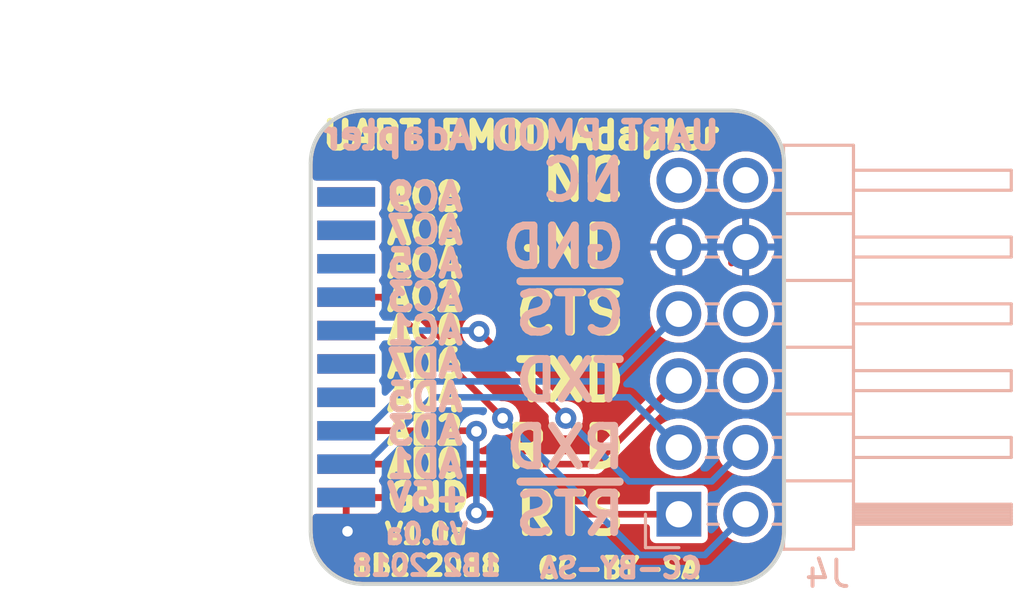
<source format=kicad_pcb>
(kicad_pcb (version 20221018) (generator pcbnew)
  (title_block (title "ftdi uart pmod adapter") (rev "V1.0a") (company "1BitSquared") (comment 1 "2018 (C) 1BitSquared <info@1bitsquared.com>") (comment 2 "2018 (C) Piotr Esden-Tempski <piotr@esden.net>") (comment 3 "License: CC-BY-SA 4.0"))
  (layers (0 "F.Cu" signal) (31 "B.Cu" signal) (34 "B.Paste" user) (35 "F.Paste" user) (36 "B.SilkS" user "B.Silkscreen") (37 "F.SilkS" user "F.Silkscreen") (38 "B.Mask" user) (39 "F.Mask" user) (44 "Edge.Cuts" user))
  (net 0 "")
  (net 1 "GND")
  (net 2 "+5V")
  (net 3 "/RXD")
  (net 4 "/~{CTS}")
  (net 5 "/~{DSR}")
  (net 6 "/~{RI}")
  (net 7 "/TXD")
  (net 8 "/~{RTS}")
  (net 9 "/~{DTR}")
  (net 10 "/~{DCD}")
  (net 11 "/TXDEN")
  (net 12 "/ACBUS2")
  (net 13 "/~{TXLED}")
  (net 14 "/ACBUS6")
  (net 15 "/ACBUS8")
  (net 16 "/ACBUS1")
  (net 17 "/~{RXLED}")
  (net 18 "/ACBUS5")
  (net 19 "/ACBUS9")
  (net 20 "/~{PWRSAV}")
  (net 21 "Net-(J4-Pad6)")
  (net 22 "Net-(J4-Pad8)")
  (net 23 "Net-(J4-Pad11)")
  (net 24 "Net-(J4-Pad12)")
  (footprint "pkl_samtec:FTSH-EDGE-20pin" (layer "B.Cu") (at 30 44 90)
    (fp_text reference "J1")
    (fp_text value "Conn")
    (pad "1" smd rect (at -5.715 1.35 90) (size 0.74 2.2) (layers "B.Cu" "B.Paste" "B.Mask") (net 2 "+5V"))
    (pad "2" smd rect (at -5.715 1.35 90) (size 0.74 2.2) (layers "F.Cu" "F.Paste" "F.Mask") (net 1 "GND"))
    (pad "3" smd rect (at -4.445 1.35 90) (size 0.74 2.2) (layers "B.Cu" "B.Paste" "B.Mask") (net 3 "/RXD"))
    (pad "4" smd rect (at -4.445 1.35 90) (size 0.74 2.2) (layers "F.Cu" "F.Paste" "F.Mask") (net 7 "/TXD"))
    (pad "5" smd rect (at -3.175 1.35 90) (size 0.74 2.2) (layers "B.Cu" "B.Paste" "B.Mask") (net 4 "/~{CTS}"))
    (pad "6" smd rect (at -3.175 1.35 90) (size 0.74 2.2) (layers "F.Cu" "F.Paste" "F.Mask") (net 8 "/~{RTS}"))
    (pad "7" smd rect (at -1.905 1.35 90) (size 0.74 2.2) (layers "B.Cu" "B.Paste" "B.Mask") (net 5 "/~{DSR}"))
    (pad "8" smd rect (at -1.905 1.35 90) (size 0.74 2.2) (layers "F.Cu" "F.Paste" "F.Mask") (net 9 "/~{DTR}"))
    (pad "9" smd rect (at -0.635 1.35 90) (size 0.74 2.2) (layers "B.Cu" "B.Paste" "B.Mask") (net 6 "/~{RI}"))
    (pad "10" smd rect (at -0.635 1.35 90) (size 0.74 2.2) (layers "F.Cu" "F.Paste" "F.Mask") (net 10 "/~{DCD}"))
    (pad "11" smd rect (at 0.635 1.35 90) (size 0.74 2.2) (layers "B.Cu" "B.Paste" "B.Mask") (net 16 "/ACBUS1"))
    (pad "12" smd rect (at 0.635 1.35 90) (size 0.74 2.2) (layers "F.Cu" "F.Paste" "F.Mask") (net 11 "/TXDEN"))
    (pad "13" smd rect (at 1.905 1.35 90) (size 0.74 2.2) (layers "B.Cu" "B.Paste" "B.Mask") (net 17 "/~{RXLED}"))
    (pad "14" smd rect (at 1.905 1.35 90) (size 0.74 2.2) (layers "F.Cu" "F.Paste" "F.Mask") (net 12 "/ACBUS2"))
    (pad "15" smd rect (at 3.175 1.35 90) (size 0.74 2.2) (layers "B.Cu" "B.Paste" "B.Mask") (net 18 "/ACBUS5"))
    (pad "16" smd rect (at 3.175 1.35 90) (size 0.74 2.2) (layers "F.Cu" "F.Paste" "F.Mask") (net 13 "/~{TXLED}"))
    (pad "17" smd rect (at 4.445 1.35 90) (size 0.74 2.2) (layers "B.Cu" "B.Paste" "B.Mask") (net 20 "/~{PWRSAV}"))
    (pad "18" smd rect (at 4.445 1.35 90) (size 0.74 2.2) (layers "F.Cu" "F.Paste" "F.Mask") (net 14 "/ACBUS6"))
    (pad "19" smd rect (at 5.715 1.35 90) (size 0.74 2.2) (layers "B.Cu" "B.Paste" "B.Mask") (net 19 "/ACBUS9"))
    (pad "20" smd rect (at 5.715 1.35 90) (size 0.74 2.2) (layers "F.Cu" "F.Paste" "F.Mask") (net 15 "/ACBUS8"))
  )
  (footprint "Connector_PinHeader_2.54mm:PinHeader_2x06_P2.54mm_Horizontal" (layer "B.Cu") (at 44 50.35)
    (fp_text reference "J4" (at 5.655 2.27) (layer "B.SilkS") (effects (justify mirror)))
    (fp_text value "PMOD")
    (fp_line (start -1.27 0) (end -1.27 1.27) (stroke (width 0.12)) (layer "B.SilkS"))
    (fp_line (start -1.27 1.27) (end 0 1.27) (stroke (width 0.12)) (layer "B.SilkS"))
    (fp_line (start 1.042929 -13.08) (end 1.497071 -13.08) (stroke (width 0.12)) (layer "B.SilkS"))
    (fp_line (start 1.042929 -12.32) (end 1.497071 -12.32) (stroke (width 0.12)) (layer "B.SilkS"))
    (fp_line (start 1.042929 -10.54) (end 1.497071 -10.54) (stroke (width 0.12)) (layer "B.SilkS"))
    (fp_line (start 1.042929 -9.78) (end 1.497071 -9.78) (stroke (width 0.12)) (layer "B.SilkS"))
    (fp_line (start 1.042929 -8) (end 1.497071 -8) (stroke (width 0.12)) (layer "B.SilkS"))
    (fp_line (start 1.042929 -7.24) (end 1.497071 -7.24) (stroke (width 0.12)) (layer "B.SilkS"))
    (fp_line (start 1.042929 -5.46) (end 1.497071 -5.46) (stroke (width 0.12)) (layer "B.SilkS"))
    (fp_line (start 1.042929 -4.7) (end 1.497071 -4.7) (stroke (width 0.12)) (layer "B.SilkS"))
    (fp_line (start 1.042929 -2.92) (end 1.497071 -2.92) (stroke (width 0.12)) (layer "B.SilkS"))
    (fp_line (start 1.042929 -2.16) (end 1.497071 -2.16) (stroke (width 0.12)) (layer "B.SilkS"))
    (fp_line (start 1.11 -0.38) (end 1.497071 -0.38) (stroke (width 0.12)) (layer "B.SilkS"))
    (fp_line (start 1.11 0.38) (end 1.497071 0.38) (stroke (width 0.12)) (layer "B.SilkS"))
    (fp_line (start 3.582929 -13.08) (end 3.98 -13.08) (stroke (width 0.12)) (layer "B.SilkS"))
    (fp_line (start 3.582929 -12.32) (end 3.98 -12.32) (stroke (width 0.12)) (layer "B.SilkS"))
    (fp_line (start 3.582929 -10.54) (end 3.98 -10.54) (stroke (width 0.12)) (layer "B.SilkS"))
    (fp_line (start 3.582929 -9.78) (end 3.98 -9.78) (stroke (width 0.12)) (layer "B.SilkS"))
    (fp_line (start 3.582929 -8) (end 3.98 -8) (stroke (width 0.12)) (layer "B.SilkS"))
    (fp_line (start 3.582929 -7.24) (end 3.98 -7.24) (stroke (width 0.12)) (layer "B.SilkS"))
    (fp_line (start 3.582929 -5.46) (end 3.98 -5.46) (stroke (width 0.12)) (layer "B.SilkS"))
    (fp_line (start 3.582929 -4.7) (end 3.98 -4.7) (stroke (width 0.12)) (layer "B.SilkS"))
    (fp_line (start 3.582929 -2.92) (end 3.98 -2.92) (stroke (width 0.12)) (layer "B.SilkS"))
    (fp_line (start 3.582929 -2.16) (end 3.98 -2.16) (stroke (width 0.12)) (layer "B.SilkS"))
    (fp_line (start 3.582929 -0.38) (end 3.98 -0.38) (stroke (width 0.12)) (layer "B.SilkS"))
    (fp_line (start 3.582929 0.38) (end 3.98 0.38) (stroke (width 0.12)) (layer "B.SilkS"))
    (fp_line (start 3.98 -14.03) (end 6.64 -14.03) (stroke (width 0.12)) (layer "B.SilkS"))
    (fp_line (start 3.98 -11.43) (end 6.64 -11.43) (stroke (width 0.12)) (layer "B.SilkS"))
    (fp_line (start 3.98 -8.89) (end 6.64 -8.89) (stroke (width 0.12)) (layer "B.SilkS"))
    (fp_line (start 3.98 -6.35) (end 6.64 -6.35) (stroke (width 0.12)) (layer "B.SilkS"))
    (fp_line (start 3.98 -3.81) (end 6.64 -3.81) (stroke (width 0.12)) (layer "B.SilkS"))
    (fp_line (start 3.98 -1.27) (end 6.64 -1.27) (stroke (width 0.12)) (layer "B.SilkS"))
    (fp_line (start 3.98 1.33) (end 3.98 -14.03) (stroke (width 0.12)) (layer "B.SilkS"))
    (fp_line (start 6.64 -14.03) (end 6.64 1.33) (stroke (width 0.12)) (layer "B.SilkS"))
    (fp_line (start 6.64 -12.32) (end 12.64 -12.32) (stroke (width 0.12)) (layer "B.SilkS"))
    (fp_line (start 6.64 -9.78) (end 12.64 -9.78) (stroke (width 0.12)) (layer "B.SilkS"))
    (fp_line (start 6.64 -7.24) (end 12.64 -7.24) (stroke (width 0.12)) (layer "B.SilkS"))
    (fp_line (start 6.64 -4.7) (end 12.64 -4.7) (stroke (width 0.12)) (layer "B.SilkS"))
    (fp_line (start 6.64 -2.16) (end 12.64 -2.16) (stroke (width 0.12)) (layer "B.SilkS"))
    (fp_line (start 6.64 -0.28) (end 12.64 -0.28) (stroke (width 0.12)) (layer "B.SilkS"))
    (fp_line (start 6.64 -0.16) (end 12.64 -0.16) (stroke (width 0.12)) (layer "B.SilkS"))
    (fp_line (start 6.64 -0.04) (end 12.64 -0.04) (stroke (width 0.12)) (layer "B.SilkS"))
    (fp_line (start 6.64 0.08) (end 12.64 0.08) (stroke (width 0.12)) (layer "B.SilkS"))
    (fp_line (start 6.64 0.2) (end 12.64 0.2) (stroke (width 0.12)) (layer "B.SilkS"))
    (fp_line (start 6.64 0.32) (end 12.64 0.32) (stroke (width 0.12)) (layer "B.SilkS"))
    (fp_line (start 6.64 0.38) (end 12.64 0.38) (stroke (width 0.12)) (layer "B.SilkS"))
    (fp_line (start 6.64 1.33) (end 3.98 1.33) (stroke (width 0.12)) (layer "B.SilkS"))
    (fp_line (start 12.64 -13.08) (end 6.64 -13.08) (stroke (width 0.12)) (layer "B.SilkS"))
    (fp_line (start 12.64 -12.32) (end 12.64 -13.08) (stroke (width 0.12)) (layer "B.SilkS"))
    (fp_line (start 12.64 -10.54) (end 6.64 -10.54) (stroke (width 0.12)) (layer "B.SilkS"))
    (fp_line (start 12.64 -9.78) (end 12.64 -10.54) (stroke (width 0.12)) (layer "B.SilkS"))
    (fp_line (start 12.64 -8) (end 6.64 -8) (stroke (width 0.12)) (layer "B.SilkS"))
    (fp_line (start 12.64 -7.24) (end 12.64 -8) (stroke (width 0.12)) (layer "B.SilkS"))
    (fp_line (start 12.64 -5.46) (end 6.64 -5.46) (stroke (width 0.12)) (layer "B.SilkS"))
    (fp_line (start 12.64 -4.7) (end 12.64 -5.46) (stroke (width 0.12)) (layer "B.SilkS"))
    (fp_line (start 12.64 -2.92) (end 6.64 -2.92) (stroke (width 0.12)) (layer "B.SilkS"))
    (fp_line (start 12.64 -2.16) (end 12.64 -2.92) (stroke (width 0.12)) (layer "B.SilkS"))
    (fp_line (start 12.64 -0.38) (end 6.64 -0.38) (stroke (width 0.12)) (layer "B.SilkS"))
    (fp_line (start 12.64 0.38) (end 12.64 -0.38) (stroke (width 0.12)) (layer "B.SilkS"))
    (pad "1" thru_hole rect (at 0 0) (size 1.7 1.7) (drill 1) (layers "*.Cu" "*.Mask") (net 8 "/~{RTS}"))
    (pad "2" thru_hole oval (at 2.54 0) (size 1.7 1.7) (drill 1) (layers "*.Cu" "*.Mask") (net 12 "/ACBUS2"))
    (pad "3" thru_hole oval (at 0 -2.54) (size 1.7 1.7) (drill 1) (layers "*.Cu" "*.Mask") (net 3 "/RXD"))
    (pad "4" thru_hole oval (at 2.54 -2.54) (size 1.7 1.7) (drill 1) (layers "*.Cu" "*.Mask") (net 16 "/ACBUS1"))
    (pad "5" thru_hole oval (at 0 -5.08) (size 1.7 1.7) (drill 1) (layers "*.Cu" "*.Mask") (net 7 "/TXD"))
    (pad "6" thru_hole oval (at 2.54 -5.08) (size 1.7 1.7) (drill 1) (layers "*.Cu" "*.Mask") (net 21 "Net-(J4-Pad6)"))
    (pad "7" thru_hole oval (at 0 -7.62) (size 1.7 1.7) (drill 1) (layers "*.Cu" "*.Mask") (net 4 "/~{CTS}"))
    (pad "8" thru_hole oval (at 2.54 -7.62) (size 1.7 1.7) (drill 1) (layers "*.Cu" "*.Mask") (net 22 "Net-(J4-Pad8)"))
    (pad "9" thru_hole oval (at 0 -10.16) (size 1.7 1.7) (drill 1) (layers "*.Cu" "*.Mask") (net 1 "GND"))
    (pad "10" thru_hole oval (at 2.54 -10.16) (size 1.7 1.7) (drill 1) (layers "*.Cu" "*.Mask") (net 1 "GND"))
    (pad "11" thru_hole oval (at 0 -12.7) (size 1.7 1.7) (drill 1) (layers "*.Cu" "*.Mask") (net 23 "Net-(J4-Pad11)"))
    (pad "12" thru_hole oval (at 2.54 -12.7) (size 1.7 1.7) (drill 1) (layers "*.Cu" "*.Mask") (net 24 "Net-(J4-Pad12)"))
  )
  (gr_arc (start 48 51) (mid 47.414214 52.414214) (end 46 53) (stroke (width 0.15)) (layer "Edge.Cuts"))
  (gr_line (start 46 53) (end 32 53) (stroke (width 0.15)) (layer "Edge.Cuts"))
  (gr_arc (start 46 35) (mid 47.414214 35.585786) (end 48 37) (stroke (width 0.15)) (layer "Edge.Cuts"))
  (gr_line (start 32 35) (end 46 35) (stroke (width 0.15)) (layer "Edge.Cuts"))
  (gr_line (start 30 51) (end 30 37) (stroke (width 0.15)) (layer "Edge.Cuts"))
  (gr_arc (start 32 53) (mid 30.585786 52.414214) (end 30 51) (stroke (width 0.15)) (layer "Edge.Cuts"))
  (gr_line (start 48 37) (end 48 51) (stroke (width 0.15)) (layer "Edge.Cuts"))
  (gr_arc (start 30 37) (mid 30.585786 35.585786) (end 32 35) (stroke (width 0.15)) (layer "Edge.Cuts"))
  (gr_text "AC9" (at 32.775 38.285) (layer "B.SilkS") (effects (font (size 1 1) (thickness 0.25)) (justify right mirror)))
  (gr_text "AC7" (at 32.775 39.555) (layer "B.SilkS") (effects (font (size 1 1) (thickness 0.25)) (justify right mirror)))
  (gr_text "AC5" (at 32.775 40.825) (layer "B.SilkS") (effects (font (size 1 1) (thickness 0.25)) (justify right mirror)))
  (gr_text "AC3" (at 32.775 42.095) (layer "B.SilkS") (effects (font (size 1 1) (thickness 0.25)) (justify right mirror)))
  (gr_text "AC1" (at 32.775 43.365) (layer "B.SilkS") (effects (font (size 1 1) (thickness 0.25)) (justify right mirror)))
  (gr_text "AD7" (at 32.775 44.635) (layer "B.SilkS") (effects (font (size 1 1) (thickness 0.25)) (justify right mirror)))
  (gr_text "AD5" (at 32.775 45.905) (layer "B.SilkS") (effects (font (size 1 1) (thickness 0.25)) (justify right mirror)))
  (gr_text "AD3" (at 32.775 47.175) (layer "B.SilkS") (effects (font (size 1 1) (thickness 0.25)) (justify right mirror)))
  (gr_text "AD1" (at 32.775 48.445) (layer "B.SilkS") (effects (font (size 1 1) (thickness 0.25)) (justify right mirror)))
  (gr_text "+5V" (at 32.775 49.715) (layer "B.SilkS") (effects (font (size 1 1) (thickness 0.25)) (justify right mirror)))
  (gr_text "V1.0a\n1B2 2018" (at 34.4 51.7) (layer "B.SilkS") (effects (font (size 0.75 0.75) (thickness 0.1875)) (justify mirror)))
  (gr_text "CC-BY-SA" (at 41.8 52.4) (layer "B.SilkS") (effects (font (size 0.75 0.75) (thickness 0.1875)) (justify mirror)))
  (gr_text "GND" (at 42.095 40.19) (layer "B.SilkS") (effects (font (size 1.5 1.5) (thickness 0.3)) (justify left mirror)))
  (gr_text "~{CTS}" (at 42.095 42.73) (layer "B.SilkS") (effects (font (size 1.5 1.5) (thickness 0.3)) (justify left mirror)))
  (gr_text "TXD" (at 42.095 45.27) (layer "B.SilkS") (effects (font (size 1.5 1.5) (thickness 0.3)) (justify left mirror)))
  (gr_text "~{RTS}" (at 42.095 50.35) (layer "B.SilkS") (effects (font (size 1.5 1.5) (thickness 0.3)) (justify left mirror)))
  (gr_text "UART PMOD Adapter" (at 38 35.95) (layer "B.SilkS") (effects (font (size 1 1) (thickness 0.25)) (justify mirror)))
  (gr_text "RXD" (at 42.095 47.81) (layer "B.SilkS") (effects (font (size 1.5 1.5) (thickness 0.3)) (justify left mirror)))
  (gr_text "NC" (at 42.095 37.65) (layer "B.SilkS") (effects (font (size 1.5 1.5) (thickness 0.3)) (justify left mirror)))
  (gr_text "GND" (at 32.775 49.715) (layer "F.SilkS") (effects (font (size 1 1) (thickness 0.25)) (justify left)))
  (gr_text "AD0" (at 32.775 48.445) (layer "F.SilkS") (effects (font (size 1 1) (thickness 0.25)) (justify left)))
  (gr_text "AD2" (at 32.775 47.175) (layer "F.SilkS") (effects (font (size 1 1) (thickness 0.25)) (justify left)))
  (gr_text "AD4" (at 32.775 45.905) (layer "F.SilkS") (effects (font (size 1 1) (thickness 0.25)) (justify left)))
  (gr_text "AD6" (at 32.775 44.635) (layer "F.SilkS") (effects (font (size 1 1) (thickness 0.25)) (justify left)))
  (gr_text "AC0" (at 32.775 43.365) (layer "F.SilkS") (effects (font (size 1 1) (thickness 0.25)) (justify left)))
  (gr_text "AC2" (at 32.775 42.095) (layer "F.SilkS") (effects (font (size 1 1) (thickness 0.25)) (justify left)))
  (gr_text "AC4" (at 32.775 40.825) (layer "F.SilkS") (effects (font (size 1 1) (thickness 0.25)) (justify left)))
  (gr_text "AC6" (at 32.775 39.555) (layer "F.SilkS") (effects (font (size 1 1) (thickness 0.25)) (justify left)))
  (gr_text "AC8" (at 32.775 38.285) (layer "F.SilkS") (effects (font (size 1 1) (thickness 0.25)) (justify left)))
  (gr_text "V1.0a\n1B2 2018" (at 34.4 51.7) (layer "F.SilkS") (effects (font (size 0.75 0.75) (thickness 0.1875))))
  (gr_text "CC-BY-SA" (at 41.7 52.4) (layer "F.SilkS") (effects (font (size 0.75 0.75) (thickness 0.1875))))
  (gr_text "GND" (at 42.095 40.19) (layer "F.SilkS") (effects (font (size 1.5 1.5) (thickness 0.3)) (justify right)))
  (gr_text "~{CTS}" (at 42.095 42.73) (layer "F.SilkS") (effects (font (size 1.5 1.5) (thickness 0.3)) (justify right)))
  (gr_text "~{RTS}" (at 42.095 50.35) (layer "F.SilkS") (effects (font (size 1.5 1.5) (thickness 0.3)) (justify right)))
  (gr_text "TXD" (at 42.095 45.27) (layer "F.SilkS") (effects (font (size 1.5 1.5) (thickness 0.3)) (justify right)))
  (gr_text "RXD" (at 42.095 47.81) (layer "F.SilkS") (effects (font (size 1.5 1.5) (thickness 0.3)) (justify right)))
  (gr_text "NC" (at 42.095 37.65) (layer "F.SilkS") (effects (font (size 1.5 1.5) (thickness 0.3)) (justify right)))
  (gr_text "UART PMOD Adapter" (at 38 35.95) (layer "F.SilkS") (effects (font (size 1 1) (thickness 0.25))))
  (segment (start 46 40.19) (end 46 40.8) (width 0.25) (layer "F.Cu") (net 1))
  (via (at 31.4 51) (size 0.8) (drill 0.4) (layers "F.Cu" "B.Cu") (net 1))
  (segment (start 31.35 48.445) (end 32.08 48.445) (width 0.25) (layer "B.Cu") (net 3))
  (segment (start 34.62 45.905) (end 42.095 45.905) (width 0.25) (layer "B.Cu") (net 3))
  (segment (start 42.095 45.905) (end 44 47.81) (width 0.25) (layer "B.Cu") (net 3))
  (segment (start 32.08 48.445) (end 34.62 45.905) (width 0.25) (layer "B.Cu") (net 3))
  (segment (start 32.08 47.175) (end 33.955 45.3) (width 0.25) (layer "B.Cu") (net 4))
  (segment (start 41.4 45.3) (end 43.97 42.73) (width 0.25) (layer "B.Cu") (net 4))
  (segment (start 33.955 45.3) (end 41.4 45.3) (width 0.25) (layer "B.Cu") (net 4))
  (segment (start 31.35 47.175) (end 32.08 47.175) (width 0.25) (layer "B.Cu") (net 4))
  (segment (start 43.97 42.73) (end 44 42.73) (width 0.25) (layer "B.Cu") (net 4))
  (segment (start 31.35 48.445) (end 40.825 48.445) (width 0.25) (layer "F.Cu") (net 7))
  (segment (start 40.825 48.445) (end 44 45.27) (width 0.25) (layer "F.Cu") (net 7))
  (segment (start 36.275 47.175) (end 36.3 47.2) (width 0.25) (layer "F.Cu") (net 8))
  (segment (start 31.35 47.175) (end 36.275 47.175) (width 0.25) (layer "F.Cu") (net 8))
  (segment (start 36.350002 50.35) (end 36.300002 50.3) (width 0.25) (layer "F.Cu") (net 8))
  (segment (start 44 50.35) (end 36.350002 50.35) (width 0.25) (layer "F.Cu") (net 8))
  (via (at 36.3 47.2) (size 0.8) (drill 0.4) (layers "F.Cu" "B.Cu") (net 8))
  (via (at 36.300002 50.3) (size 0.8) (drill 0.4) (layers "F.Cu" "B.Cu") (net 8))
  (segment (start 36.300002 50.3) (end 36.300002 47.200002) (width 0.25) (layer "B.Cu") (net 8))
  (segment (start 36.300002 47.200002) (end 36.3 47.2) (width 0.25) (layer "B.Cu") (net 8))
  (segment (start 37.3 46.695) (end 37.3 46.7) (width 0.25) (layer "F.Cu") (net 12))
  (segment (start 32.7 42.095) (end 37.3 46.695) (width 0.25) (layer "F.Cu") (net 12))
  (segment (start 31.35 42.095) (end 32.7 42.095) (width 0.25) (layer "F.Cu") (net 12))
  (via (at 37.3 46.7) (size 0.8) (drill 0.4) (layers "F.Cu" "B.Cu") (net 12))
  (segment (start 42.5 51.9) (end 44.99 51.9) (width 0.25) (layer "B.Cu") (net 12))
  (segment (start 44.99 51.9) (end 46.54 50.35) (width 0.25) (layer "B.Cu") (net 12))
  (segment (start 37.3 46.7) (end 42.5 51.9) (width 0.25) (layer "B.Cu") (net 12))
  (segment (start 39.7 46.7) (end 36.4 43.4) (width 0.25) (layer "F.Cu") (net 16))
  (via (at 36.4 43.4) (size 0.8) (drill 0.4) (layers "F.Cu" "B.Cu") (net 16))
  (via (at 39.7 46.7) (size 0.8) (drill 0.4) (layers "F.Cu" "B.Cu") (net 16))
  (segment (start 42.1 49.1) (end 39.7 46.7) (width 0.25) (layer "B.Cu") (net 16))
  (segment (start 46.54 47.81) (end 45.25 49.1) (width 0.25) (layer "B.Cu") (net 16))
  (segment (start 45.25 49.1) (end 42.1 49.1) (width 0.25) (layer "B.Cu") (net 16))
  (segment (start 31.35 43.365) (end 36.365 43.365) (width 0.25) (layer "B.Cu") (net 16))
  (segment (start 36.365 43.365) (end 36.4 43.4) (width 0.25) (layer "B.Cu") (net 16))
  (zone (net 1) (net_name "GND") (layer "F.Cu") (connect_pads (clearance 0.25)) (min_thickness 0.25) (fill yes (thermal_gap 0.25) (thermal_bridge_width 0.26))
    (polygon (pts (xy 30 35) (xy 48 35) (xy 48.1 53) (xy 30 53)))
  )
  (zone (net 1) (net_name "GND") (layer "B.Cu") (connect_pads (clearance 0.25)) (min_thickness 0.25) (fill yes (thermal_gap 0.25) (thermal_bridge_width 0.26))
    (polygon (pts (xy 30 35) (xy 48 35) (xy 48.1 53) (xy 30 53)))
  )
)
</source>
